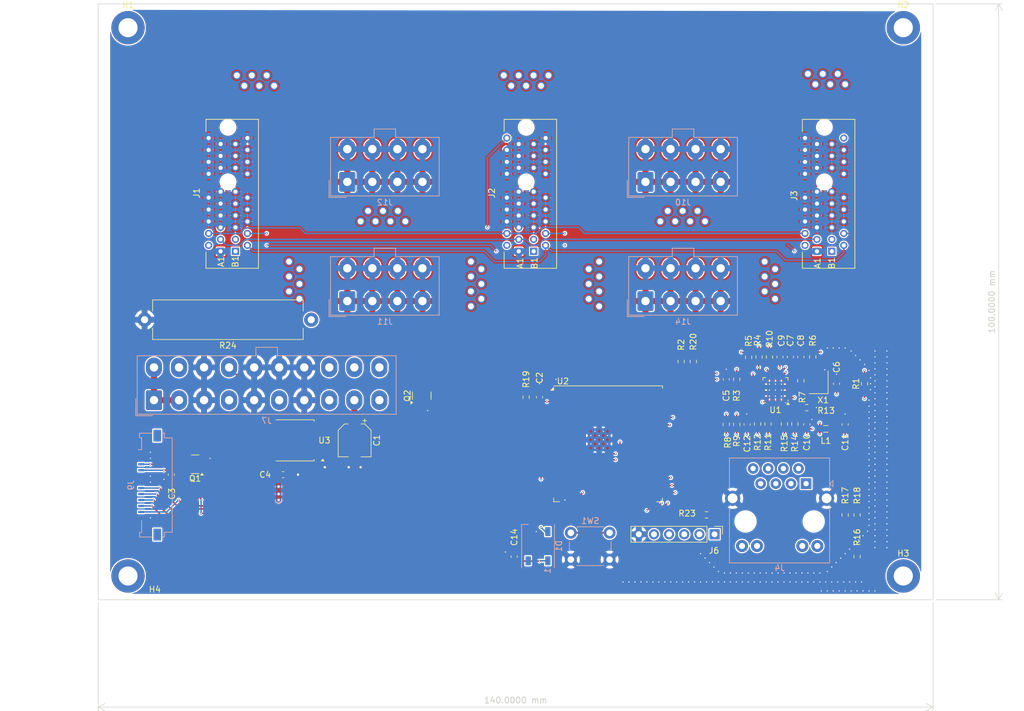
<source format=kicad_pcb>
(kicad_pcb (version 20240108) (generator "pcbnew") (generator_version "8.0")
  (layers (0 "F.Cu" signal) (1 "In1.Cu" signal) (2 "In2.Cu" signal) (31 "B.Cu" signal) (34 "B.Paste" user) (35 "F.Paste" user) (36 "B.SilkS" user "B.Silkscreen") (37 "F.SilkS" user "F.Silkscreen") (38 "B.Mask" user) (39 "F.Mask" user) (44 "Edge.Cuts" user))
  (net 0 "")
  (net 1 "+5V_STDBY")
  (net 2 "GND")
  (net 3 "+3.3V")
  (net 4 "/LAN8720/RSTn")
  (net 5 "AVDD")
  (net 6 "Net-(U1-VDDCR)")
  (net 8 "/LED_RGB")
  (net 10 "/BACKLIGHT")
  (net 11 "/REFCLK")
  (net 12 "/GPIO0")
  (net 13 "/DB_SCL")
  (net 14 "Net-(U1-RXD1{slash}MODE1)")
  (net 15 "/RXD1")
  (net 16 "/LAN8720/RXER")
  (net 17 "Net-(U1-RXD0{slash}MODE0)")
  (net 18 "/RXD0")
  (net 19 "Net-(X1-OUT)")
  (net 20 "/LAN8720/50MHz")
  (net 21 "/LAN8720/REFCLKO")
  (net 22 "/LAN8720/TD_P")
  (net 23 "/LAN8720/TD_N")
  (net 24 "/LAN8720/RD_P")
  (net 25 "/LAN8720/RD_N")
  (net 26 "Net-(U1-RBIAS)")
  (net 27 "Net-(J4-PadP12)")
  (net 28 "Net-(J4-PadP10)")
  (net 29 "/LAN8720/LEDJ+")
  (net 30 "/MDIO")
  (net 31 "/RSTn")
  (net 32 "/DB_SDA")
  (net 33 "+5V_PSU")
  (net 34 "/TXD0")
  (net 35 "/TXD1")
  (net 36 "/TXEN")
  (net 37 "/LAN8720/LEDV+")
  (net 38 "/MDC")
  (net 39 "/CRS_DV")
  (net 43 "/DB_TX")
  (net 45 "/RES")
  (net 48 "/DB_ALERT")
  (net 49 "/DB_RSTn")
  (net 50 "/CS")
  (net 51 "/PSU_ON")
  (net 53 "/DB_RX")
  (net 56 "/DC")
  (net 60 "+3.3V_DB")
  (net 61 "Net-(J7-Pin_14)")
  (net 66 "+12V_PWR")
  (net 67 "Net-(J9-Pin_3)")
  (net 68 "/DBG_RXD0")
  (net 69 "/DBG_TXD0")
  (net 70 "/DB_RX1")
  (net 71 "/DB_RX2")
  (footprint "Capacitor_SMD:CP_Elec_5x5.7" (layer "F.Cu") (at 121.232 113.382 -90)
    (property "Reference" "C1")
    (property "Value" "100uF")
  )
  (footprint "Resistor_SMD:R_0603_1608Metric" (layer "F.Cu") (at 180.232 125.882 180)
    (property "Reference" "R23")
    (property "Value" "10K")
  )
  (footprint "Resistor_SMD:R_0603_1608Metric" (layer "F.Cu") (at 190.7945 99.382 -90)
    (property "Reference" "R10")
    (property "Value" "10R")
  )
  (footprint "Connector_Amphenol:AMPHENOL_10018784-10210TLF" (layer "F.Cu") (at 200 70 90)
    (property "Reference" "J3")
    (property "Value" "10018784-10210TLF")
  )
  (footprint "Capacitor_SMD:C_0603_1608Metric" (layer "F.Cu") (at 147.982 132.882 90)
    (property "Reference" "C14")
    (property "Value" "100NF")
  )
  (footprint "Oscillator:Oscillator_SMD_Abracon_ASE-4Pin_3.2x2.5mm" (layer "F.Cu") (at 199.0445 103.632 90)
    (property "Reference" "X1")
    (property "Value" "ASE-xxxMHz")
  )
  (footprint "RF_Module:ESP32-WROOM-32U" (layer "F.Cu") (at 163.732 113.957)
    (property "Reference" "U2")
    (property "Value" "ESP32-WROOM-32U")
  )
  (footprint "Resistor_SMD:R_0603_1608Metric" (layer "F.Cu") (at 178.014 100.132 -90)
    (property "Reference" "R20")
    (property "Value" "10K")
  )
  (footprint "Connector_PinHeader_2.54mm:PinHeader_1x06_P2.54mm_Vertical" (layer "F.Cu") (at 181.582 129.132 -90)
    (property "Reference" "J6")
    (property "Value" "Conn_01x06_Pin")
  )
  (footprint "Resistor_SMD:R_0603_1608Metric" (layer "F.Cu") (at 193.2945 110.632 90)
    (property "Reference" "R15")
    (property "Value" "49R9")
  )
  (footprint "Resistor_SMD:R_0603_1608Metric" (layer "F.Cu") (at 149.982 106.132 -90)
    (property "Reference" "R19")
    (property "Value" "10K")
  )
  (footprint "MountingHole:MountingHole_3.2mm_M3_DIN965_Pad" (layer "F.Cu") (at 213.232 136.132)
    (property "Reference" "H3")
    (property "Value" "MountingHole")
  )
  (footprint "MountingHole:MountingHole_3.2mm_M3_DIN965_Pad" (layer "F.Cu") (at 213.232 44.132)
    (property "Reference" "H2")
    (property "Value" "MountingHole")
  )
  (footprint "Package_TO_SOT_SMD:TO-252-2" (layer "F.Cu") (at 111.142 113.3795 180)
    (property "Reference" "U3")
    (property "Value" "NCP1117-3.3_TO252")
  )
  (footprint "Capacitor_SMD:C_0603_1608Metric" (layer "F.Cu") (at 183.5445 103.132 90)
    (property "Reference" "C5")
    (property "Value" "100NF")
  )
  (footprint "Resistor_SMD:R_0603_1608Metric" (layer "F.Cu") (at 195.0445 110.632 90)
    (property "Reference" "R14")
    (property "Value" "49R9")
  )
  (footprint "Resistor_SMD:R_0603_1608Metric" (layer "F.Cu") (at 206.732 103.882 90)
    (property "Reference" "R1")
    (property "Value" "0R")
  )
  (footprint "Capacitor_SMD:C_0603_1608Metric" (layer "F.Cu") (at 90.482 119.132 -90)
    (property "Reference" "C3")
    (property "Value" "100NF")
  )
  (footprint "Capacitor_SMD:C_0603_1608Metric" (layer "F.Cu") (at 197.0445 110.6945 90)
    (property "Reference" "C10")
    (property "Value" "100NF")
  )
  (footprint "Resistor_SMD:R_0603_1608Metric" (layer "F.Cu") (at 190.5445 110.632 90)
    (property "Reference" "R11")
    (property "Value" "49R9")
  )
  (footprint "Resistor_SMD:R_0603_1608Metric" (layer "F.Cu") (at 185.2945 110.6945 90)
    (property "Reference" "R9")
    (property "Value" "10R")
  )
  (footprint "Capacitor_SMD:C_0603_1608Metric" (layer "F.Cu") (at 187.0445 110.6945 90)
    (property "Reference" "C12")
    (property "Value" "22NF")
  )
  (footprint "Resistor_SMD:R_0603_1608Metric" (layer "F.Cu") (at 187.2945 99.4445 -90)
    (property "Reference" "R5")
    (property "Value" "33R")
  )
  (footprint "Resistor_SMD:R_0603_1608Metric" (layer "F.Cu") (at 198.0445 99.382 -90)
    (property "Reference" "R6")
    (property "Value" "33R")
  )
  (footprint "Capacitor_SMD:C_0603_1608Metric" (layer "F.Cu") (at 196.0445 99.382 90)
    (property "Reference" "C8")
    (property "Value" "470PF")
  )
  (footprint "Connector_Amphenol:AMPHENOL_10018784-10210TLF" (layer "F.Cu") (at 100 70 90)
    (property "Reference" "J1")
    (property "Value" "10018784-10210TLF")
  )
  (footprint "Package_TO_SOT_SMD:SOT-23" (layer "F.Cu") (at 94.482 117.382 180)
    (property "Reference" "Q1")
    (property "Value" "BSS138")
  )
  (footprint "Resistor_SMD:R_0603_1608Metric" (layer "F.Cu") (at 205.482 125.882 -90)
    (property "Reference" "R18")
    (property "Value" "10K")
  )
  (footprint "Capacitor_SMD:C_0603_1608Metric" (layer "F.Cu") (at 202.0445 103.882 90)
    (property "Reference" "C6")
    (property "Value" "100NF")
  )
  (footprint "Package_DFN_QFN:VQFN-24-1EP_4x4mm_P0.5mm_EP2.5x2.5mm_ThermalVias" (layer "F.Cu") (at 191.7945 104.9445 180)
    (property "Reference" "U1")
    (property "Value" "LAN8720A")
  )
  (footprint "Capacitor_SMD:C_0603_1608Metric" (layer "F.Cu") (at 152.232 106.132 90)
    (property "Reference" "C2")
    (property "Value" "100NF")
  )
  (footprint "Resistor_THT:R_Axial_Power_L25.0mm_W6.4mm_P27.94mm" (layer "F.Cu") (at 113.952 93.132 180)
    (property "Reference" "R24")
    (property "Value" "50R")
  )
  (footprint "MountingHole:MountingHole_3.2mm_M3_DIN965_Pad" (layer "F.Cu") (at 83.232 44.132)
    (property "Reference" "H1")
    (property "Value" "MountingHole")
  )
  (footprint "Capacitor_SMD:C_0603_1608Metric" (layer "F.Cu") (at 203.482 110.6945 90)
    (property "Reference" "C11")
    (property "Value" "100NF")
  )
  (footprint "Capacitor_SMD:C_0603_1608Metric" (layer "F.Cu") (at 194.2945 99.382 90)
    (property "Reference" "C7")
    (property "Value" "1MF")
  )
  (footprint "Resistor_SMD:R_0603_1608Metric" (layer "F.Cu") (at 175.982 100.132 -90)
    (property "Reference" "R2")
    (property "Value" "10K")
  )
  (footprint "Resistor_SMD:R_0603_1608Metric" (layer "F.Cu") (at 185.2945 103.132 -90)
    (property "Reference" "R3")
    (property "Value" "10K")
  )
  (footprint "Capacitor_SMD:C_0603_1608Metric" (layer "F.Cu") (at 192.5445 99.382 90)
    (property "Reference" "C9")
    (property "Value" "100NF")
  )
  (footprint "MountingHole:MountingHole_3.2mm_M3_DIN965_Pad" (layer "F.Cu") (at 83.232 136.132)
    (property "Reference" "H4")
    (property "Value" "MountingHole")
  )
  (footprint "Resistor_SMD:R_0603_1608Metric" (layer "F.Cu") (at 189.0445 99.382 -90)
    (property "Reference" "R4")
    (property "Value" "1K5")
  )
  (footprint "Resistor_SMD:R_0603_1608Metric" (layer "F.Cu") (at 205.482 132.882 -90)
    (property "Reference" "R16")
    (property "Value" "220R")
  )
  (footprint "Inductor_SMD:L_0805_2012Metric" (layer "F.Cu") (at 200.232 111.4445)
    (property "Reference" "L1")
    (property "Value" "L")
  )
  (footprint "Resistor_SMD:R_0603_1608Metric" (layer "F.Cu") (at 197.0445 107.882)
    (property "Reference" "R13")
    (property "Value" "12K1 1%")
  )
  (footprint "Connector_Amphenol:AMPHENOL_10018784-10210TLF" (layer "F.Cu") (at 150 70 90)
    (property "Reference" "J2")
    (property "Value" "10018784-10210TLF")
  )
  (footprint "Capacitor_SMD:C_0603_1608Metric" (layer "F.Cu") (at 109.232 119.132)
    (property "Reference" "C4")
    (property "Value" "100NF")
  )
  (footprint "Resistor_SMD:R_0603_1608Metric" (layer "F.Cu") (at 188.7945 110.632 90)
    (property "Reference" "R12")
    (property "Value" "49R9")
  )
  (footprint "Resistor_SMD:R_0603_1608Metric" (layer "F.Cu") (at 196.0445 103.382 -90)
    (property "Reference" "R7")
    (property "Value" "33R")
  )
  (footprint "Package_TO_SOT_SMD:SOT-23" (layer "F.Cu") (at 132.482 105.882 90)
    (property "Reference" "Q2")
    (property "Value" "BSS138")
  )
  (footprint "Resistor_SMD:R_0603_1608Metric" (layer "F.Cu") (at 203.482 125.882 -90)
    (property "Reference" "R17")
    (property "Value" "220R")
  )
  (footprint "Resistor_SMD:R_0603_1608Metric" (layer "F.Cu") (at 183.5445 110.6945 90)
    (property "Reference" "R8")
    (property "Value" "10R")
  )
  (footprint "Connector_Molex:Molex_Mini-Fit_Jr_5566-08A_2x04_P4.20mm_Vertical" (layer "B.Cu") (at 170 90)
    (property "Reference" "J14")
    (property "Value" "Conn_02x04_Top_Bottom")
  )
  (footprint "Connector_RJ:RJ45_BEL_SS74301-00x_Vertical" (layer "B.Cu") (at 196.932 120.637 180)
    (property "Reference" "J4")
    (property "Value" "RJ45_LMJ2138814S0L1T1C")
  )
  (footprint "Connector_Molex:Molex_Mini-Fit_Jr_5566-08A_2x04_P4.20mm_Vertical" (layer "B.Cu") (at 120 70)
    (property "Reference" "J12")
    (property "Value" "Conn_02x04_Top_Bottom")
  )
  (footprint "Connector_FFC-FPC:Molex_200528-0120_1x12-1MP_P1.00mm_Horizontal" (layer "B.Cu") (at 86.342 120.882 -90)
    (property "Reference" "J9")
    (property "Value" "Conn_01x12_Pin")
  )
  (footprint "Connector_Molex:Molex_Mini-Fit_Jr_5566-08A_2x04_P4.20mm_Vertical" (layer "B.Cu") (at 120 90)
    (property "Reference" "J11")
    (property "Value" "Conn_02x04_Top_Bottom")
  )
  (footprint "Button_Switch_THT:SW_PUSH_6mm_H9.5mm" (layer "B.Cu") (at 163.982 128.882 180)
    (property "Reference" "SW1")
    (property "Value" "SW_SPDT_312")
  )
  (footprint "Connector_Molex:Molex_Mini-Fit_Jr_5566-08A_2x04_P4.20mm_Vertical" (layer "B.Cu") (at 170 70)
    (property "Reference" "J10")
    (property "Value" "Conn_02x04_Top_Bottom")
  )
  (footprint "Connector_Molex:Molex_Mini-Fit_Jr_5566-20A_2x10_P4.20mm_Vertical" (layer "B.Cu") (at 87.582 106.632)
    (property "Reference" "J7")
    (property "Value" "Conn_02x10_Top_Bottom")
  )
  (footprint "LED_SMD:LED_WS2812B_PLCC4_5.0x5.0mm_P3.2mm" (layer "B.Cu") (at 151.982 131.132 90)
    (property "Reference" "D1")
    (property "Value" "WS2812B")
  )
  (gr_rect (start 78.232 40.132) (end 218.232 140.132) (stroke (width 0.1)) (fill none) (layer "Edge.Cuts"))
  (dimension (type aligned) (layer "Edge.Cuts") (pts (xy 218.232 140.132) (xy 218.232 40.132)) (height 11) (gr_text "100,0000 mm" (at 228.082 90.132 90) (layer "Edge.Cuts") (effects (font (size 1 1) (thickness 0.15)))) (format (prefix "") (suffix "") (units 3) (units_format 1) (precision 4)) (style (thickness 0.1) (arrow_length 1.27) (text_position_mode 0) (extension_height 0.58642) (extension_offset 0.5) keep_text_aligned))
  (dimension (type aligned) (layer "Edge.Cuts") (pts (xy 218.232 140.132) (xy 78.232 140.132)) (height -18) (gr_text "140,0000 mm" (at 148.232 156.982 0) (layer "Edge.Cuts") (effects (font (size 1 1) (thickness 0.15)))) (format (prefix "") (suffix "") (units 3) (units_format 1) (precision 4)) (style (thickness 0.1) (arrow_length 1.27) (text_position_mode 0) (extension_height 0.58642) (extension_offset 0.5) keep_text_aligned))
  (segment (start 121.232 133.632) (end 121.257 133.657) (width 0.25) (layer "F.Cu") (net 1))
  (segment (start 116.182 111.0995) (end 121.1495 111.0995) (width 1) (layer "F.Cu") (net 1))
  (segment (start 121.182 106.632) (end 121.182 111.132) (width 1) (layer "F.Cu") (net 1))
  (segment (start 121.1495 111.0995) (end 121.232 111.182) (width 1) (layer "F.Cu") (net 1))
  (segment (start 121.182 111.132) (end 121.232 111.182) (width 1) (layer "F.Cu") (net 1))
  (segment (start 148.007 133.632) (end 152.232 133.632) (width 0.25) (layer "F.Cu") (net 1))
  (segment (start 147.982 133.657) (end 121.257 133.657) (width 0.25) (layer "F.Cu") (net 1))
  (via (at 152.232 133.632) (size 0.4) (drill 0.2) (layers "F.Cu" "B.Cu") (net 1))
  (segment (start 153.632 133.582) (end 152.282 133.582) (width 0.25) (layer "B.Cu") (net 1))
  (segment (start 152.282 133.582) (end 152.232 133.632) (width 0.25) (layer "B.Cu") (net 1))
  (segment (start 157.942 123.382) (end 158.017 123.307) (width 0.25) (layer "F.Cu") (net 2))
  (segment (start 95.4695 116.382) (end 95.4195 116.432) (width 0.25) (layer "F.Cu") (net 2))
  (segment (start 121.232 115.582) (end 120.232 116.582) (width 1) (layer "F.Cu") (net 2))
  (segment (start 116.232 117.882) (end 116.182 117.832) (width 1) (layer "F.Cu") (net 2))
  (segment (start 120.232 116.582) (end 120.232 117.882) (width 1) (layer "F.Cu") (net 2))
  (segment (start 198.657 107.882) (end 197.732 107.882) (width 0.25) (layer "F.Cu") (net 2))
  (segment (start 194.2945 97.5195) (end 194.2945 98.4445) (width 0.25) (layer "F.Cu") (net 2))
  (segment (start 197.907 109.882) (end 196.982 109.882) (width 0.25) (layer "F.Cu") (net 2))
  (segment (start 133.432 108.332) (end 133.482 108.382) (width 0.25) (layer "F.Cu") (net 2))
  (segment (start 146.482 132.132) (end 146.507 132.107) (width 0.25) (layer "F.Cu") (net 2))
  (segment (start 202.0445 102.2695) (end 202.0445 103.1945) (width 0.25) (layer "F.Cu") (net 2))
  (segment (start 96.932 116.432) (end 96.982 116.382) (width 0.25) (layer "F.Cu") (net 2))
  (segment (start 156.482 123.382) (end 157.942 123.382) (width 0.5) (layer "F.Cu") (net 2))
  (segment (start 196.0445 97.5195) (end 196.0445 98.4445) (width 0.25) (layer "F.Cu") (net 2))
  (segment (start 200.0445 101.5195) (end 200.0445 102.4445) (width 0.25) (layer "F.Cu") (net 2))
  (segment (start 89.232 119.882) (end 89.257 119.907) (width 0.25) (layer "F.Cu") (net 2))
  (segment (start 183.5445 102.357) (end 183.5445 101.4445) (width 0.25) (layer "F.Cu") (net 2))
  (segment (start 133.432 106.8195) (end 133.432 108.332) (width 0.25) (layer "F.Cu") (net 2))
  (segment (start 186.982 108.957) (end 186.982 109.882) (width 0.25) (layer "F.Cu") (net 2))
  (segment (start 90.482 119.907) (end 89.257 119.907) (width 0.25) (layer "F.Cu") (net 2))
  (segment (start 154.982 105.702) (end 154.982 103.132) (width 0.25) (layer "F.Cu") (net 2))
  (segment (start 203.482 108.957) (end 203.482 109.882) (width 0.25) (layer "F.Cu") (net 2))
  (segment (start 96.982 116.382) (end 95.4695 116.382) (width 0.25) (layer "F.Cu") (net 2))
  (segment (start 152.232 105.357) (end 152.232 103.882) (width 0.25) (layer "F.Cu") (net 2))
  (segment (start 192.5445 97.5195) (end 192.5445 98.4445) (width 0.25) (layer "F.Cu") (net 2))
  (segment (start 121.232 115.582) (end 122.232 116.582) (width 1) (layer "F.Cu") (net 2))
  (segment (start 147.982 132.107) (end 146.507 132.107) (width 0.25) (layer "F.Cu") (net 2))
  (segment (start 96.982 116.382) (end 97.032 116.432) (width 0.25) (layer "F.Cu") (net 2))
  (segment (start 110.007 119.132) (end 111.732 119.132) (width 1) (layer "F.Cu") (net 2))
  (segment (start 122.232 116.582) (end 122.232 117.882) (width 1) (layer "F.Cu") (net 2))
  (segment (start 116.182 115.6595) (end 116.232 117.882) (width 1) (layer "F.Cu") (net 2))
  (via (at 201.982 133.882) (size 0.4) (drill 0.2) (layers "F.Cu" "B.Cu") (net 2))
  (via (at 210.482 108.382) (size 0.4) (drill 0.2) (layers "F.Cu" "B.Cu") (net 2))
  (via (at 86.982 119.382) (size 0.4) (drill 0.2) (layers "F.Cu" "B.Cu") (net 2))
  (via (at 210.482 115.382) (size 0.4) (drill 0.2) (layers "F.Cu" "B.Cu") (net 2))
  (via (at 210.482 106.382) (size 0.4) (drill 0.2) (layers "F.Cu" "B.Cu") (net 2))
  (via (at 210.482 116.382) (size 0.4) (drill 0.2) (layers "F.Cu" "B.Cu") (net 2))
  (via (at 207.482 116.632) (size 0.4) (drill 0.2) (layers "F.Cu" "B.Cu") (net 2))
  (via (at 210.482 114.382) (size 0.4) (drill 0.2) (layers "F.Cu" "B.Cu") (net 2))
  (via (at 208.482 101.382) (size 0.4) (drill 0.2) (layers "F.Cu" "B.Cu") (net 2))
  (via (at 208.482 130.382) (size 0.4) (drill 0.2) (layers "F.Cu" "B.Cu") (net 2))
  (via (at 201.232 134.632) (size 0.4) (drill 0.2) (layers "F.Cu" "B.Cu") (net 2))
  (via (at 208.482 119.382) (size 0.4) (drill 0.2) (layers "F.Cu" "B.Cu") (net 2))
  (via (at 208.482 124.382) (size 0.4) (drill 0.2) (layers "F.Cu" "B.Cu") (net 2))
  (via (at 192.232 137.132) (size 0.4) (drill 0.2) (layers "F.Cu" "B.Cu") (net 2))
  (via (at 185.232 137.132) (size 0.4) (drill 0.2) (layers "F.Cu" "B.Cu") (net 2))
  (via (at 208.482 114.382) (size 0.4) (drill 0.2) (layers "F.Cu" "B.Cu") (net 2))
  (via (at 192.232 135.632) (size 0.4) (drill 0.2) (layers "F.Cu" "B.Cu") (net 2))
  (via (at 179.982 133.132) (size 0.4) (drill 0.2) (layers "F.Cu" "B.Cu") (net 2))
  (via (at 206.482 138.632) (size 0.4) (drill 0.2) (layers "F.Cu" "B.Cu") (net 2))
  (via (at 197.232 135.632) (size 0.4) (drill 0.2) (layers "F.Cu" "B.Cu") (net 2))
  (via (at 205.732 130.132) (size 0.4) (drill 0.2) (layers "F.Cu" "B.Cu") (net 2))
  (via (at 194.232 137.132) (size 0.4) (drill 0.2) (layers "F.Cu" "B.Cu") (net 2))
  (via (at 208.482 106.382) (size 0.4) (drill 0.2) (layers "F.Cu" "B.Cu") (net 2))
  (via (at 210.482 107.382) (size 0.4) (drill 0.2) (layers "F.Cu" "B.Cu") (net 2))
  (via (at 207.482 121.632) (size 0.4) (drill 0.2) (layers "F.Cu" "B.Cu") (net 2))
  (via (at 208.482 108.382) (size 0.4) (drill 0.2) (layers "F.Cu" "B.Cu") (net 2))
  (via (at 210.482 118.382) (size 0.4) (drill 0.2) (layers "F.Cu" "B.Cu") (net 2))
  (via (at 210.482 103.382) (size 0.4) (drill 0.2) (layers "F.Cu" "B.Cu") (net 2))
  (via (at 171.232 137.132) (size 0.4) (drill 0.2) (layers "F.Cu" "B.Cu") (net 2))
  (via (at 186.232 135.632) (size 0.4) (drill 0.2) (layers "F.Cu" "B.Cu") (net 2))
  (via (at 174.232 137.132) (size 0.4) (drill 0.2) (layers "F.Cu" "B.Cu") (net 2))
  (via (at 182.232 135.382) (size 0.4) (drill 0.2) (layers "F.Cu" "B.Cu") (net 2))
  (via (at 205.232 99.132) (size 0.4) (drill 0.2) (layers "F.Cu" "B.Cu") (net 2))
  (via (at 193.232 135.632) (size 0.4) (drill 0.2) (layers "F.Cu" "B.Cu") (net 2))
  (via (at 203.482 132.382) (size 0.4) (drill 0.2) (layers "F.Cu" "B.Cu") (net 2))
  (via (at 207.482 126.632) (size 0.4) (drill 0.2) (layers "F.Cu" "B.Cu") (net 2))
  (via (at 86.982 126.382) (size 0.4) (drill 0.2) (layers "F.Cu" "B.Cu") (net 2))
  (via (at 185.232 135.632) (size 0.4) (drill 0.2) (layers "F.Cu" "B.Cu") (net 2))
  (via (at 210.482 125.382) (size 0.4) (drill 0.2) (layers "F.Cu" "B.Cu") (net 2))
  (via (at 201.482 138.632) (size 0.4) (drill 0.2) (layers "F.Cu" "B.Cu") (net 2))
  (via (at 179.232 137.132) (size 0.4) (drill 0.2) (layers "F.Cu" "B.Cu") (net 2))
  (via (at 207.482 111.632) (size 0.4) (drill 0.2) (layers "F.Cu" "B.Cu") (net 2))
  (via (at 210.482 123.382) (size 0.4) (drill 0.2) (layers "F.Cu" "B.Cu") (net 2))
  (via (at 210.482 104.382) (size 0.4) (drill 0.2) (layers "F.Cu" "B.Cu") (net 2))
  (via (at 210.482 99.382) (size 0.4) (drill 0.2) (layers "F.Cu" "B.Cu") (net 2))
  (via (at 210.482 110.382) (size 0.4) (drill 0.2) (layers "F.Cu" "B.Cu") (net 2))
  (via (at 202.232 137.132) (size 0.4) (drill 0.2) (layers "F.Cu" "B.Cu") (net 2))
  (via (at 208.482 115.382) (size 0.4) (drill 0.2) (layers "F.Cu" "B.Cu") (net 2))
  (via (at 204.482 138.632) (size 0.4) (drill 0.2) (layers "F.Cu" "B.Cu") (net 2))
  (via (at 208.482 102.382) (size 0.4) (drill 0.2) (layers "F.Cu" "B.Cu") (net 2))
  (via (at 210.482 109.382) (size 0.4) (drill 0.2) (layers "F.Cu" "B.Cu") (net 2))
  (via (at 205.982 99.882) (size 0.4) (drill 0.2) (layers "F.Cu" "B.Cu") (net 2))
  (via (at 210.482 113.382) (size 0.4) (drill 0.2) (layers "F.Cu" "B.Cu") (net 2))
  (via (at 207.482 108.632) (size 0.4) (drill 0.2) (layers "F.Cu" "B.Cu") (net 2))
  (via (at 207.482 109.632) (size 0.4) (drill 0.2) (layers "F.Cu" "B.Cu") (net 2))
  (via (at 203.482 97.882) (size 0.4) (drill 0.2) (layers "F.Cu" "B.Cu") (net 2))
  (via (at 194.2945 97.5195) (size 0.4) (drill 0.2) (layers "F.Cu" "B.Cu") (net 2))
  (via (at 133.482 108.382) (size 0.4) (drill 0.2) (layers "F.Cu" "B.Cu") (net 2))
  (via (at 208.482 109.382) (size 0.4) (drill 0.2) (layers "F.Cu" "B.Cu") (net 2))
  (via (at 210.482 98.382) (size 0.4) (drill 0.2) (layers "F.Cu" "B.Cu") (net 2))
  (via (at 186.982 108.957) (size 0.4) (drill 0.2) (layers "F.Cu" "B.Cu") (net 2))
  (via (at 207.482 125.632) (size 0.4) (drill 0.2) (layers "F.Cu" "B.Cu") (net 2))
  (via (at 206.732 100.632) (size 0.4) (drill 0.2) (layers "F.Cu" "B.Cu") (net 2))
  (via (at 210.482 121.382) (size 0.4) (drill 0.2) (layers "F.Cu" "B.Cu") (net 2))
  (via (at 111.732 119.132) (size 0.8) (drill 0.4) (layers "F.Cu" "B.Cu") (net 2))
  (via (at 187.232 137.132) (size 0.4) (drill 0.2) (layers "F.Cu" "B.Cu") (net 2))
  (via (at 207.482 114.632) (size 0.4) (drill 0.2) (layers "F.Cu" "B.Cu") (net 2))
  (via (at 210.482 130.382) (size 0.4) (drill 0.2) (layers "F.Cu" "B.Cu") (net 2))
  (via (at 210.482 127.382) (size 0.4) (drill 0.2) (layers "F.Cu" "B.Cu") (net 2))
  (via (at 187.232 135.632) (size 0.4) (drill 0.2) (layers "F.Cu" "B.Cu") (net 2))
  (via (at 208.482 116.382) (size 0.4) (drill 0.2) (layers "F.Cu" "B.Cu") (net 2))
  (via (at 197.907 109.882) (size 0.4) (drill 0.2) (layers "F.Cu" "B.Cu") (net 2))
  (via (at 180.732 133.882) (size 0.4) (drill 0.2) (layers "F.Cu" "B.Cu") (net 2))
  (via (at 202.482 138.632) (size 0.4) (drill 0.2) (layers "F.Cu" "B.Cu") (net 2))
  (via (at 207.482 115.632) (size 0.4) (drill 0.2) (layers "F.Cu" "B.Cu") (net 2))
  (via (at 203.232 137.132) (size 0.4) (drill 0.2) (layers "F.Cu" "B.Cu") (net 2))
  (via (at 207.482 113.632) (size 0.4) (drill 0.2) (layers "F.Cu" "B.Cu") (net 2))
  (via (at 182.232 137.132) (size 0.4) (drill 0.2) (layers "F.Cu" "B.Cu") (net 2))
  (via (at 208.482 131.382) (size 0.4) (drill 0.2) (layers "F.Cu" "B.Cu") (net 2))
  (via (at 204.482 98.382) (size 0.4) (drill 0.2) (layers "F.Cu" "B.Cu") (net 2))
  (via (at 183.232 137.132) (size 0.4) (drill 0.2) (layers "F.Cu" "B.Cu") (net 2))
  (via (at 207.732 104.882) (size 0.4) (drill 0.2) (layers "F.Cu" "B.Cu") (net 2))
  (via (at 207.482 107.632) (size 0.4) (drill 0.2) (layers "F.Cu" "B.Cu") (net 2))
  (via (at 201.482 97.882) (size 0.4) (drill 0.2) (layers "F.Cu" "B.Cu") (net 2))
  (via (at 208.482 122.382) (size 0.4) (drill 0.2) (layers "F.Cu" "B.Cu") (net 2))
  (via (at 184.232 137.132) (size 0.4) (drill 0.2) (layers "F.Cu" "B.Cu") (net 2))
  (via (at 205.232 137.132) (size 0.4) (drill 0.2) (layers "F.Cu" "B.Cu") (net 2))
  (via (at 208.482 125.382) (size 0.4) (drill 0.2) (layers "F.Cu" "B.Cu") (net 2))
  (via (at 146.507 132.107) (size 0.4) (drill 0.2) (layers "F.Cu" "B.Cu") (net 2))
  (via (at 116.232 117.882) (size 0.8) (drill 0.4) (layers "F.Cu" "B.Cu") (net 2))
  (via (at 189.232 137.132) (size 0.4) (drill 0.2) (layers "F.Cu" "B.Cu") (net 2))
  (via (at 206.232 137.132) (size 0.4) (drill 0.2) (layers "F.Cu" "B.Cu") (net 2))
  (via (at 210.482 119.382) (size 0.4) (drill 0.2) (layers "F.Cu" "B.Cu") (net 2))
  (via (at 208.482 120.382) (size 0.4) (drill 0.2) (layers "F.Cu" "B.Cu") (net 2))
  (via (at 208.482 126.382) (size 0.4) (drill 0.2) (layers "F.Cu" "B.Cu") (net 2))
  (via (at 207.482 120.632) (size 0.4) (drill 0.2) (layers "F.Cu" "B.Cu") (net 2))
  (via (at 179.232 132.382) (size 0.4) (drill 0.2) (layers "F.Cu" "B.Cu") (net 2))
  (via (at 210.482 102.382) (size 0.4) (drill 0.2) (layers "F.Cu" "B.Cu") (net 2))
  (via (at 188.232 137.132) (size 0.4) (drill 0.2) (layers "F.Cu" "B.Cu") (net 2))
  (via (at 210.482 131.382) (size 0.4) (drill 0.2) (layers "F.Cu" "B.Cu") (net 2))
  (via (at 172.232 137.132) (size 0.4) (drill 0.2) (layers "F.Cu" "B.Cu") (net 2))
  (via (at 210.482 100.382) (size 0.4) (drill 0.2) (layers "F.Cu" "B.Cu") (net 2))
  (via (at 180.232 137.132) (size 0.4) (drill 0.2) (layers "F.Cu" "B.Cu") (net 2))
  (via (at 208.482 111.382) (size 0.4) (drill 0.2) (layers "F.Cu" "B.Cu") (net 2))
  (via (at 186.232 137.132) (size 0.4) (drill 0.2) (layers "F.Cu" "B.Cu") (net 2))
  (via (at 86.982 116.382) (size 0.4) (drill 0.2) (layers "F.Cu" "B.Cu") (net 2))
  (via (at 166.232 137.132) (size 0.4) (drill 0.2) (layers "F.Cu" "B.Cu") (net 2))
  (via (at 206.482 129.382) (size 0.4) (drill 0.2) (layers "F.Cu" "B.Cu") (net 2))
  (via (at 202.482 97.882) (size 0.4) (drill 0.2) (layers "F.Cu" "B.Cu") (net 2))
  (via (at 207.482 106.632) (size 0.4) (drill 0.2) (layers "F.Cu" "B.Cu") (net 2))
  (via (at 208.482 129.382) (size 0.4) (drill 0.2) (layers "F.Cu" "B.Cu") (net 2))
  (via (at 190.232 137.132) (size 0.4) (drill 0.2) (layers "F.Cu" "B.Cu") (net 2))
  (via (at 168.232 137.132) (size 0.4) (drill 0.2) (layers "F.Cu" "B.Cu") (net 2))
  (via (at 191.232 135.632) (size 0.4) (drill 0.2) (layers "F.Cu" "B.Cu") (net 2))
  (via (at 207.482 118.632) (size 0.4) (drill 0.2) (layers "F.Cu" "B.Cu") (net 2))
  (via (at 177.232 137.132) (size 0.4) (drill 0.2) (layers "F.Cu" "B.Cu") (net 2))
  (via (at 204.232 131.632) (size 0.4) (drill 0.2) (layers "F.Cu" "B.Cu") (net 2))
  (via (at 178.232 137.132) (size 0.4) (drill 0.2) (layers "F.Cu" "B.Cu") (net 2))
  (via (at 208.482 112.382) (size 0.4) (drill 0.2) (layers "F.Cu" "B.Cu") (net 2))
  (via (at 198.657 107.882) (size 0.4) (drill 0.2) (layers "F.Cu" "B.Cu") (net 2))
  (via (at 200.482 97.882) (size 0.4) (drill 0.2) (layers "F.Cu" "B.Cu") (net 2))
  (via (at 207.732 103.882) (size 0.4) (drill 0.2) (layers "F.Cu" "B.Cu") (net 2))
  (via (at 208.482 105.382) (size 0.4) (drill 0.2) (layers "F.Cu" "B.Cu") (net 2))
  (via (at 210.482 111.382) (size 0.4) (drill 0.2) (layers "F.Cu" "B.Cu") (net 2))
  (via (at 170.232 137.132) (size 0.4) (drill 0.2) (layers "F.Cu" "B.Cu") (net 2))
  (via (at 205.482 138.632) (size 0.4) (drill 0.2) (layers "F.Cu" "B.Cu") (net 2))
  (via (at 208.482 99.382) (size 0.4) (drill 0.2) (layers "F.Cu" "B.Cu") (net 2))
  (via (at 210.482 120.382) (size 0.4) (drill 0.2) (layers "F.Cu" "B.Cu") (net 2))
  (via (at 194.232 135.632) (size 0.4) (drill 0.2) (layers "F.Cu" "B.Cu") (net 2))
  (via (at 195.232 137.132) (size 0.4) (drill 0.2) (layers "F.Cu" "B.Cu") (net 2))
  (via (at 151.682 128.682) (size 0.4) (drill 0.2) (layers "F.Cu" "B.Cu") (net 2))
  (via (at 208.482 98.382) (size 0.4) (drill 0.2) (layers "F.Cu" "B.Cu") (net 2))
  (via (at 203.482 108.957) (size 0.4) (drill 0.2) (layers "F.Cu" "B.Cu") (net 2))
  (via (at 208.482 110.382) (size 0.4) (drill 0.2) (layers "F.Cu" "B.Cu") (net 2))
  (via (at 208.482 121.382) (size 0.4) (drill 0.2) (layers "F.Cu" "B.Cu") (net 2))
  (via (at 176.232 137.132) (size 0.4) (drill 0.2) (layers "F.Cu" "B.Cu") (net 2))
  (via (at 183.5445 101.4445) (size 0.4) (drill 0.2) (layers "F.Cu" "B.Cu") (net 2))
  (via (at 120.232 117.882) (size 0.8) (drill 0.4) (layers "F.Cu" "B.Cu") (net 2))
  (via (at 210.482 122.382) (size 0.4) (drill 0.2) (layers "F.Cu" "B.Cu") (net 2))
  (via (at 183.232 135.632) (size 0.4) (drill 0.2) (layers "F.Cu" "B.Cu") (net 2))
  (via (at 196.232 135.632) (size 0.4) (drill 0.2) (layers "F.Cu" "B.Cu") (net 2))
  (via (at 210.482 112.382) (size 0.4) (drill 0.2) (layers "F.Cu" "B.Cu") (net 2))
  (via (at 208.482 127.382) (size 0.4) (drill 0.2) (layers "F.Cu" "B.Cu") (net 2))
  (via (at 208.482 103.382) (size 0.4) (drill 0.2) (layers "F.Cu" "B.Cu") (net 2))
  (via (at 96.982 116.382) (size 0.4) (drill 0.2) (layers "F.Cu" "B.Cu") (net 2))
  (via (at 208.482 118.382) (size 0.4) (drill 0.2) (layers "F.Cu" "B.Cu") (net 2))
  (via (at 207.482 101.632) (size 0.4) (drill 0.2) (layers "F.Cu" "B.Cu") (net 2))
  (via (at 196.0445 97.5195) (size 0.4) (drill 0.2) (layers "F.Cu" "B.Cu") (net 2))
  (via (at 193.232 137.132) (size 0.4) (drill 0.2) (layers "F.Cu" "B.Cu") (net 2))
  (via (at 200.0445 101.5195) (size 0.4) (drill 0.2) (layers "F.Cu" "B.Cu") (net 2))
  (via (at 207.482 122.632) (size 0.4) (drill 0.2) (layers "F.Cu" "B.Cu") (net 2))
  (via (at 210.482 126.382) (size 0.4) (drill 0.2) (layers "F.Cu" "B.Cu") (net 2))
  (via (at 198.232 137.132) (size 0.4) (drill 0.2) (layers "F.Cu" "B.Cu") (net 2))
  (via (at 197.232 137.132) (size 0.4) (drill 0.2) (layers "F.Cu" "B.Cu") (net 2))
  (via (at 203.482 138.632) (size 0.4) (drill 0.2) (layers "F.Cu" "B.Cu") (net 2))
  (via (at 86.982 120.382) (size 0.4) (drill 0.2) (layers "F.Cu" "B.Cu") (net 2))
  (via (at 152.232 103.882) (size 0.4) (drill 0.2) (layers "F.Cu" "B.Cu") (net 2))
  (via (at 210.482 128.382) (size 0.4) (drill 0.2) (layers "F.Cu" "B.Cu") (net 2))
  (via (at 192.5445 97.5195) (size 0.4) (drill 0.2) (layers "F.Cu" "B.Cu") (net 2))
  (via (at 208.482 128.382) (size 0.4) (drill 0.2) (layers "F.Cu" "B.Cu") (net 2))
  (via (at 204.982 130.882) (size 0.4) (drill 0.2) (layers "F.Cu" "B.Cu") (net 2))
  (via (at 199.232 137.132) (size 0.4) (drill 0.2) (layers "F.Cu" "B.Cu") (net 2))
  (via (at 199.232 135.632) (size 0.4) (drill 0.2) (layers "F.Cu" "B.Cu") (net 2))
  (via (at 207.482 110.632) (size 0.4) (drill 0.2) (layers "F.Cu" "B.Cu") (net 2))
  (via (at 200.482 138.632) (size 0.4) (drill 0.2) (layers "F.Cu" "B.Cu") (net 2))
  (via (at 198.232 135.632) (size 0.4) (drill 0.2) (layers "F.Cu" "B.Cu") (net 2))
  (via (at 86.982 115.382) (size 0.4) (drill 0.2) (layers "F.Cu" "B.Cu") (net 2))
  (via (at 200.482 135.382) (size 0.4) (drill 0.2) (layers "F.Cu" "B.Cu") (net 2))
  (via (at 201.232 137.132) (size 0.4) (drill 0.2) (layers "F.Cu" "B.Cu") (net 2))
  (via (at 200.232 137.132) (size 0.4) (drill 0.2) (layers "F.Cu" "B.Cu") (net 2))
  (via (at 188.232 135.632) (size 0.4) (drill 0.2) (layers "F.Cu" "B.Cu") (net 2))
  (via (at 154.982 103.132) (size 0.4) (drill 0.2) (layers "F.Cu" "B.Cu") (net 2))
  (via (at 208.482 138.632) (size 0.4) (drill 0.2) (layers "F.Cu" "B.Cu") (net 2))
  (via (at 208.482 117.382) (size 0.4) (drill 0.2) (layers "F.Cu" "B.Cu") (net 2))
  (via (at 207.482 127.632) (size 0.4) (drill 0.2) (layers "F.Cu" "B.Cu") (net 2))
  (via (at 169.232 137.132) (size 0.4) (drill 0.2) (layers "F.Cu" "B.Cu") (net 2))
  (via (at 207.232 128.632) (size 0.4) (drill 0.2) (layers "F.Cu" "B.Cu") (net 2))
  (via (at 210.482 101.382) (size 0.4) (drill 0.2) (layers "F.Cu" "B.Cu") (net 2))
  (via (at 208.482 104.382) (size 0.4) (drill 0.2) (layers "F.Cu" "B.Cu") (net 2))
  (via (at 191.232 137.132) (size 0.4) (drill 0.2) (layers "F.Cu" "B.Cu") (net 2))
  (via (at 208.482 123.382) (size 0.4) (drill 0.2) (layers "F.Cu" "B.Cu") (net 2))
  (via (at 207.732 102.882) (size 0.4) (drill 0.2) (layers "F.Cu" "B.Cu") (net 2))
  (via (at 175.232 137.132) (size 0.4) (drill 0.2) (layers "F.Cu" "B.Cu") (net 2))
  (via (at 190.232 135.632) (size 0.4) (drill 0.2) (layers "F.Cu" "B.Cu") (net 2))
  (via (at 167.232 137.132) (size 0.4) (drill 0.2) (layers "F.Cu" "B.Cu") (net 2))
  (via (at 195.232 135.632) (size 0.4) (drill 0.2) (layers "F.Cu" "B.Cu") (net 2))
  (via (at 207.482 119.632) (size 0.4) (drill 0.2) (layers "F.Cu" "B.Cu") (net 2))
  (via (at 196.232 137.132) (size 0.4) (drill 0.2) (layers "F.Cu" "B.Cu") (net 2))
  (via (at 207.482 123.632) (size 0.4) (drill 0.2) (layers "F.Cu" "B.Cu") (net 2))
  (via (at 199.482 138.632) (size 0.4) (drill 0.2) (layers "F.Cu" "B.Cu") (net 2))
  (via (at 208.482 107.382) (size 0.4) (drill 0.2) (layers "F.Cu" "B.Cu") (net 2))
  (via (at 181.482 134.632) (size 0.4) (drill 0.2) (layers "F.Cu" "B.Cu") (net 2))
  (via (at 210.482 124.382) (size 0.4) (drill 0.2) (layers "F.Cu" "B.Cu") (net 2))
  (via (at 207.482 117.632) (size 0.4) (drill 0.2) (layers "F.Cu" "B.Cu") (net 2))
  (via (at 184.232 135.632) (size 0.4) (drill 0.2) (layers "F.Cu" "B.Cu") (net 2))
  (via (at 181.232 137.132) (size 0.4) (drill 0.2) (layers "F.Cu" "B.Cu") (net 2))
  (via (at 204.232 137.132) (size 0.4) (drill 0.2) (layers "F.Cu" "B.Cu") (net 2))
  (via (at 189.232 135.632) (size 0.4) (drill 0.2) (layers "F.Cu" "B.Cu") (net 2))
  (via (at 202.732 133.132) (size 0.4) (drill 0.2) (layers "F.Cu" "B.Cu") (net 2))
  (via (at 210.482 105.382) (size 0.4) (drill 0.2) (layers "F.Cu" "B.Cu") (net 2))
  (via (at 156.482 123.382) (size 0.4) (drill 0.2) (layers "F.Cu" "B.Cu") (net 2))
  (via (at 89.257 119.907) (size 0.4) (drill 0.2) (layers "F.Cu" "B.Cu") (net 2))
  (via (at 208.482 113.382) (size 0.4) (drill 0.2) (layers "F.Cu" "B.Cu") (net 2))
  (via (at 210.482 129.382) (size 0.4) (drill 0.2) (layers "F.Cu" "B.Cu") (net 2))
  (via (at 173.232 137.132) (size 0.4) (drill 0.2) (layers "F.Cu" "B.Cu") (net 2))
  (via (at 207.482 138.632) (size 0.4) (drill 0.2) (layers "F.Cu" "B.Cu") (net 2))
  (via (at 210.482 117.382) (size 0.4) (drill 0.2) (layers "F.Cu" "B.Cu") (net 2))
  (via (at 208.482 100.382) (size 0.4) (drill 0.2) (layers "F.Cu" "B.Cu") (net 2))
  (via (at 202.0445 102.2695) (size 0.4) (drill 0.2) (layers "F.Cu" "B.Cu") (net 2))
  (via (at 122.232 117.882) (size 0.8) (drill 0.4) (layers "F.Cu" "B.Cu") (net 2))
  (via (at 207.482 124.632) (size 0.4) (drill 0.2) (layers "F.Cu" "B.Cu") (net 2))
  (via (at 207.482 112.632) (size 0.4) (drill 0.2) (layers "F.Cu" "B.Cu") (net 2))
  (segment (start 85.432 115.382) (end 86.982 115.382) (width 0.25) (layer "B.Cu") (net 2))
  (segment (start 85.432 119.382) (end 86.982 119.382) (width 0.25) (layer "B.Cu") (net 2))
  (segment (start 150.332 128.682) (end 151.682 128.682) (width 0.25) (layer "B.Cu") (net 2))
  (segment (start 85.432 120.382) (end 86.982 120.382) (width 0.25) (layer "B.Cu") (net 2))
  (segment (start 85.432 116.382) (end 86.982 116.382) (width 0.25) (layer "B.Cu") (net 2))
  (segment (start 85.432 126.382) (end 86.982 126.382) (width 0.25) (layer "B.Cu") (net 2))
  (segment (start 151.732 128.632) (end 151.682 128.682) (width 0.25) (layer "B.Cu") (net 2))
  (segment (start 192.0445 100.657) (end 192.5445 100.157) (width 0.25) (layer "F.Cu") (net 3))
  (segment (start 190.7945 97.5195) (end 190.7945 98.4445) (width 0.25) (layer "F.Cu") (net 3))
  (segment (start 90.457 118.382) (end 90.482 118.357) (width 0.25) (layer "F.Cu") (net 3))
  (segment (start 153.457 106.857) (end 152.282 106.857) (width 0.25) (layer "F.Cu") (net 3))
  (segment (start 153.482 106.882) (end 153.457 106.857) (width 0.25) (layer "F.Cu") (net 3))
  (segment (start 185.2945 102.307) (end 185.2945 101.4445) (width 0.25) (layer "F.Cu") (net 3))
  (segment (start 192.0445 103.007) (end 192.0445 100.657) (width 0.25) (layer "F.Cu") (net 3))
  (segment (start 149.982 105.307) (end 150.3945 105.307) (width 0.25) (layer "F.Cu") (net 3))
  (segment (start 151.9945 106.907) (end 152.232 106.907) (width 0.25) (layer "F.Cu") (net 3))
  (segment (start 108.457 121.157) (end 108.457 122.357) (width 1) (layer "F.Cu") (net 3))
  (segment (start 198.2195 104.682) (end 202.0195 104.682) (width 0.25) (layer "F.Cu") (net 3))
  (segment (start 152.282 106.857) (end 152.232 106.907) (width 0.25) (layer "F.Cu") (net 3))
  (segment (start 109.882 113.3795) (end 108.457 114.8045) (width 1) (layer "F.Cu") (net 3))
  (segment (start 154.882 106.857) (end 153.507 106.857) (width 0.25) (layer "F.Cu") (net 3))
  (segment (start 202.0445 105.6195) (end 202.0445 104.6945) (width 0.25) (layer "F.Cu") (net 3))
  (segment (start 108.457 122.407) (end 108.457 123.357) (width 1) (layer "F.Cu") (net 3))
  (segment (start 192.5445 101.1195) (end 192.5445 100.1945) (width 0.25) (layer "F.Cu") (net 3))
  (segment (start 108.457 114.8045) (end 108.457 119.132) (width 1) (layer "F.Cu") (net 3))
  (segment (start 203.482 111.4695) (end 201.3195 111.4695) (width 0.25) (layer "F.Cu") (net 3))
  (segment (start 202.0195 104.682) (end 202.0445 104.657) (width 0.25) (layer "F.Cu") (net 3))
  (segment (start 201.3195 111.4695) (end 201.2945 111.4445) (width 0.25) (layer "F.Cu") (net 3))
  (segment (start 153.507 106.857) (end 153.482 106.882) (width 0.25) (layer "F.Cu") (net 3))
  (segment (start 150.3945 105.307) (end 151.9945 106.907) (width 0.25) (layer "F.Cu") (net 3))
  (segment (start 108.457 119.132) (end 108.457 121.107) (width 1) (layer "F.Cu") (net 3))
  (segment (start 89.232 118.382) (end 90.457 118.382) (width 0.25) (layer "F.Cu") (net 3))
  (segment (start 203.482 112.557) (end 203.482 111.632) (width 0.25) (layer "F.Cu") (net 3))
  (segment (start 189.0445 97.5195) (end 189.0445 98.4445) (width 0.25) (layer "F.Cu") (net 3))
  (via (at 189.0445 97.5195) (size 0.4) (drill 0.2) (layers "F.Cu" "B.Cu") (net 3))
  (via (at 89.232 118.382) (size 0.4) (drill 0.2) (layers "F.Cu" "B.Cu") (net 3))
  (via (at 108.482 122.382) (size 0.8) (drill 0.4) (layers "F.Cu" "B.Cu") (net 3))
  (via (at 202.0445 105.6195) (size 0.4) (drill 0.2) (layers "F.Cu" "B.Cu") (net 3))
  (via (at 203.482 112.557) (size 0.4) (drill 0.2) (layers "F.Cu" "B.Cu") (net 3))
  (via (at 192.5445 101.1195) (size 0.4) (drill 0.2) (layers "F.Cu" "B.Cu") (net 3))
  (via (at 153.482 106.882) (size 0.4) (drill 0.2) (layers "F.Cu" "B.Cu") (net 3))
  (via (at 108.482 121.132) (size 0.8) (drill 0.4) (layers "F.Cu" "B.Cu") (net 3))
  (via (at 190.7945 97.5195) (size 0.4) (drill 0.2) (layers "F.Cu" "B.Cu") (net 3))
  (via (at 185.2945 101.4445) (size 0.4) (drill 0.2) (layers "F.Cu" "B.Cu") (net 3))
  (via (at 108.482 123.382) (size 0.8) (drill 0.4) (layers "F.Cu" "B.Cu") (net 3))
  (segment (start 85.432 118.382) (end 89.232 118.382) (width 0.25) (layer "B.Cu") (net 3))
  (segment (start 186.032 104.6945) (end 185.2945 103.957) (width 0.25) (layer "F.Cu") (net 4))
  (segment (start 189.857 104.6945) (end 186.032 104.6945) (width 0.25) (layer "F.Cu") (net 4))
  (segment (start 185.2945 103.957) (end 183.5945 103.957) (width 0.25) (layer "F.Cu") (net 4))
  (segment (start 183.5945 103.957) (end 183.5445 103.907) (width 0.25) (layer "F.Cu") (net 4))
  (segment (start 197.9695 111.4445) (end 197.0445 111.4445) (width 0.25) (layer "F.Cu") (net 5))
  (segment (start 194.9695 106.1945) (end 194.0445 106.1945) (width 0.25) (layer "F.Cu") (net 5))
  (segment (start 190.5445 112.3695) (end 190.5445 111.4445) (width 0.25) (layer "F.Cu") (net 5))
  (segment (start 186.982 111.532) (end 187.0445 111.4695) (width 0.25) (layer "F.Cu") (net 5))
  (segment (start 193.2945 112.3695) (end 193.2945 111.4445) (width 0.25) (layer "F.Cu") (net 5))
  (segment (start 189.6195 106.9445) (end 190.5445 106.9445) (width 0.25) (layer "F.Cu") (net 5))
  (segment (start 199.232 110.457) (end 199.232 111.382) (width 0.25) (layer "F.Cu") (net 5))
  (segment (start 188.7945 112.3695) (end 188.7945 111.4445) (width 0.25) (layer "F.Cu") (net 5))
  (segment (start 186.982 112.382) (end 186.982 111.532) (width 0.25) (layer "F.Cu") (net 5))
  (segment (start 195.0445 112.3695) (end 195.0445 111.4445) (width 0.25) (layer "F.Cu") (net 5))
  (segment (start 197.0445 112.3695) (end 197.0445 111.4445) (width 0.25) (layer "F.Cu") (net 5))
  (segment (start 186.982 112.382) (end 187.0445 112.3195) (width 0.25) (layer "F.Cu") (net 5))
  (segment (start 199.232 112.307) (end 199.232 111.382) (width 0.25) (layer "F.Cu") (net 5))
  (via (at 193.2945 112.3695) (size 0.4) (drill 0.2) (layers "F.Cu" "B.Cu") (net 5))
  (via (at 197.9695 111.4445) (size 0.4) (drill 0.2) (layers "F.Cu" "B.Cu") (net 5))
  (via (at 195.0445 112.3695) (size 0.4) (drill 0.2) (layers "F.Cu" "B.Cu") (net 5))
  (via (at 199.232 110.457) (size 0.4) (drill 0.2) (layers "F.Cu" "B.Cu") (net 5))
  (via (at 189.6195 106.9445) (size 0.4) (drill 0.2) (layers "F.Cu" "B.Cu") (net 5))
  (via (at 190.5445 112.3695) (size 0.4) (drill 0.2) (layers "F.Cu" "B.Cu") (net 5))
  (via (at 197.0445 112.3695) (size 0.4) (drill 0.2) (layers "F.Cu" "B.Cu") (net 5))
  (via (at 194.9695 106.1945) (size 0.4) (drill 0.2) (layers "F.Cu" "B.Cu") (net 5))
  (via (at 186.982 112.382) (size 0.4) (drill 0.2) (layers "F.Cu" "B.Cu") (net 5))
  (via (at 199.232 112.307) (size 0.4) (drill 0.2) (layers "F.Cu" "B.Cu") (net 5))
  (via (at 188.7945 112.3695) (size 0.4) (drill 0.2) (layers "F.Cu" "B.Cu") (net 5))
  (segment (start 194.2945 103.132) (end 194.2945 100.157) (width 0.25) (layer "F.Cu") (net 6))
  (segment (start 193.732 103.6945) (end 194.2945 103.132) (width 0.25) (layer "F.Cu") (net 6))
  (segment (start 194.2945 100.157) (end 196.0445 100.157) (width 0.25) (layer "F.Cu") (net 6))
  (segment (start 154.982 115.862) (end 153.502 115.862) (width 0.25) (layer "F.Cu") (net 8))
  (segment (start 153.502 115.862) (end 152.482 116.882) (width 0.25) (layer "F.Cu") (net 8))
  (segment (start 152.482 116.882) (end 152.482 119.882) (width 0.25) (layer "F.Cu") (net 8))
  (via (at 152.482 127.957) (size 0.4) (drill 0.2) (layers "F.Cu" "B.Cu") (net 8))
  (via (at 152.482 119.882) (size 0.4) (drill 0.2) (layers "F.Cu" "B.Cu") (net 8))
  (segment (start 153.632 128.682) (end 153.207 128.682) (width 0.25) (layer "B.Cu") (net 8))
  (segment (start 153.207 128.682) (end 152.482 127.957) (width 0.25) (layer "B.Cu") (net 8))
  (segment (start 153.632 128.682) (end 153.632 128.732) (width 0.25) (layer "B.Cu") (net 8))
  (segment (start 169.897 119.967) (end 170.222 120.292) (width 0.25) (layer "F.Cu") (net 10))
  (segment (start 170.222 120.292) (end 170.222 124.382) (width 0.25) (layer "F.Cu") (net 10))
  (segment (start 168.972 125.632) (end 95.482 125.632) (width 0.25) (layer "F.Cu") (net 10))
  (segment (start 172.482 118.402) (end 171.462 118.402) (width 0.25) (layer "F.Cu") (net 10))
  (segment (start 95.4195 123.3195) (end 95.4195 118.332) (width 0.25) (layer "F.Cu") (net 10))
  (segment (start 171.462 118.402) (end 169.897 119.967) (width 0.25) (layer "F.Cu") (net 10))
  (segment (start 95.482 123.382) (end 95.4195 123.3195) (width 0.25) (layer "F.Cu") (net 10))
  (segment (start 170.222 124.382) (end 168.972 125.632) (width 0.25) (layer "F.Cu") (net 10))
  (via (at 95.482 123.382) (size 0.4) (drill 0.2) (layers "F.Cu" "B.Cu") (net 10))
  (via (at 95.482 125.632) (size 0.4) (drill 0.2) (layers "F.Cu" "B.Cu") (net 10))
  (segment (start 95.482 125.632) (end 95.482 123.382) (width 0.25) (layer "B.Cu") (net 10))
  (segment (start 187.2945 98.6195) (end 186.11951 98.6195) (width 0.25) (layer "F.Cu") (net 11))
  (segment (start 206.732 103.057) (end 206.732 101.632) (width 0.25) (layer "F.Cu") (net 11))
  (segment (start 198.0445 98.557) (end 199.407 98.557) (width 0.25) (layer "F.Cu") (net 11))
  (segment (start 186.11951 98.6195) (end 186.057005 98.556995) (width 0.25) (layer "F.Cu") (net 11))
  (via (at 199.407 98.557) (size 0.4) (drill 0.2) (layers "F.Cu" "B.Cu") (net 11))
  (via (at 206.732 101.632) (size 0.4) (drill 0.2) (layers "F.Cu" "B.Cu") (net 11))
  (via (at 186.057005 98.556995) (size 0.4) (drill 0.2) (layers "F.Cu" "B.Cu") (net 11))
  (segment (start 172.482 122.882) (end 170.232 125.132) (width 0.25) (layer "F.Cu") (net 12))
  (segment (start 206.732 104.707) (end 206.732 106.382) (width 0.25) (layer "F.Cu") (net 12))
  (segment (start 172.562 122.132) (end 172.482 122.212) (width 0.25) (layer "F.Cu") (net 12))
  (segment (start 157.482 128.882) (end 163.982 128.882) (width 0.25) (layer "F.Cu") (net 12))
  (segment (start 172.482 122.212) (end 172.482 122.882) (width 0.25) (layer "F.Cu") (net 12))
  (segment (start 174.982 122.132) (end 172.562 122.132) (width 0.25) (layer "F.Cu") (net 12))
  (via (at 174.982 122.132) (size 0.4) (drill 0.2) (layers "F.Cu" "B.Cu") (net 12))
  (via (at 170.232 125.132) (size 0.4) (drill 0.2) (layers "F.Cu" "B.Cu") (net 12))
  (via (at 206.732 106.382) (size 0.4) (drill 0.2) (layers "F.Cu" "B.Cu") (net 12))
  (segment (start 91.002 126.902) (end 170.712004 126.902) (width 0.25) (layer "F.Cu") (net 13))
  (segment (start 172.482 120.942) (end 174.922 120.942) (width 0.25) (layer "F.Cu") (net 13))
  (segment (start 170.712004 126.902) (end 173.732004 123.882) (width 0.25) (layer "F.Cu") (net 13))
  (segment (start 87.482 123.382) (end 91.002 126.902) (width 0.25) (layer "F.Cu") (net 13))
  (via (at 174.435363 120.942) (size 0.4) (drill 0.2) (layers "F.Cu" "B.Cu") (net 13))
  (via (at 173.732004 123.882) (size 0.4) (drill 0.2) (layers "F.Cu" "B.Cu") (net 13))
  (via (at 87.482 123.382) (size 0.4) (drill 0.2) (layers "F.Cu" "B.Cu") (net 13))
  (segment (start 151.982 80.632) (end 150.918195 80.632) (width 0.25) (layer "B.Cu") (net 13))
  (segment (start 149.936195 79.65) (end 148.75 79.65) (width 0.25) (layer "B.Cu") (net 13))
  (segment (start 152.954195 79.632) (end 151.982 80.604195) (width 0.25) (layer "B.Cu") (net 13))
  (segment (start 102.936195 79.65) (end 148.75 79.65) (width 0.25) (layer "B.Cu") (net 13))
  (segment (start 151.982 80.604195) (end 151.982 80.632) (width 0.25) (layer "B.Cu") (net 13))
  (segment (start 85.432 123.382) (end 87.482 123.382) (width 0.25) (layer "B.Cu") (net 13))
  (segment (start 101.982 80.604195) (end 102.936195 79.65) (width 0.25) (layer "B.Cu") (net 13))
  (segment (start 99.732 80.632) (end 101.982 80.632) (width 0.25) (layer "B.Cu") (net 13))
  (segment (start 98.75 79.65) (end 99.732 80.632) (width 0.25) (layer "B.Cu") (net 13))
  (segment (start 101.982 80.632) (end 101.982 80.604195) (width 0.25) (layer "B.Cu") (net 13))
  (segment (start 198.732 79.632) (end 152.954195 79.632) (width 0.25) (layer "B.Cu") (net 13))
  (segment (start 150.918195 80.632) (end 149.936195 79.65) (width 0.25) (layer "B.Cu") (net 13))
  (segment (start 193.2945 102.1945) (end 193.5445 101.9445) (width 0.25) (layer "F.Cu") (net 14))
  (segment (start 185.2945 108.9445) (end 185.2945 109.8695) (width 0.25) (layer "F.Cu") (net 14))
  (segment (start 193.0445 102.4445) (end 193.2945 102.1945) (width 0.25) (layer "F.Cu") (net 14))
  (segment (start 193.0445 103.007) (end 193.0445 102.4445) (width 0.25) (layer "F.Cu") (net 14))
  (via (at 193.5445 101.9445) (size 0.4) (drill 0.2) (layers "F.Cu" "B.Cu") (net 14))
  (via (at 185.2945 108.9445) (size 0.4) (drill 0.2) (layers "F.Cu" "B.Cu") (net 14))
  (segment (start 158.482 116.632) (end 164.982 116.632) (width 0.25) (layer "F.Cu") (net 15))
  (segment (start 185.2945 112.3695) (end 185.2945 111.4445) (width 0.25) (layer "F.Cu") (net 15))
  (segment (start 154.982 118.402) (end 156.712 118.402) (width 0.25) (layer "F.Cu") (net 15))
  (segment (start 156.712 118.402) (end 158.482 116.632) (width 0.25) (layer "F.Cu") (net 15))
  (via (at 185.2945 112.3695) (size 0.4) (drill 0.2) (layers "F.Cu" "B.Cu") (net 15))
  (via (at 164.982 116.632) (size 0.4) (drill 0.2) (layers "F.Cu" "B.Cu") (net 15))
  (segment (start 191.5445 103.007) (end 191.5445 100.957) (width 0.25) (layer "F.Cu") (net 16))
  (segment (start 191.5445 100.957) (end 190.7945 100.207) (width 0.25) (layer "F.Cu") (net 16))
  (segment (start 183.5445 108.9445) (end 183.5445 109.8695) (width 0.25) (layer "F.Cu") (net 17))
  (segment (start 193.482 101.132) (end 192.5445 102.0695) (width 0.25) (layer "F.Cu") (net 17))
  (segment (start 192.5445 102.0695) (end 192.5445 103.007) (width 0.25) (layer "F.Cu") (net 17))
  (via (at 193.482 101.132) (size 0.4) (drill 0.2) (layers "F.Cu" "B.Cu") (net 17))
  (via (at 183.5445 108.9445) (size 0.4) (drill 0.2) (layers "F.Cu" "B.Cu") (net 17))
  (segment (start 183.5445 112.3695) (end 183.5445 111.4445) (width 0.25) (layer "F.Cu") (net 18))
  (segment (start 158.232 115.632) (end 164.982 115.632) (width 0.25) (layer "F.Cu") (net 18))
  (segment (start 156.732 117.132) (end 158.232 115.632) (width 0.25) (layer "F.Cu") (net 18))
  (segment (start 154.982 117.132) (end 156.732 117.132) (width 0.25) (layer "F.Cu") (net 18))
  (via (at 183.5445 112.3695) (size 0.4) (drill 0.2) (layers "F.Cu" "B.Cu") (net 18))
  (via (at 164.982 115.632) (size 0.4) (drill 0.2) (layers "F.Cu" "B.Cu") (net 18))
  (segment (start 198.0445 100.207) (end 198.0445 102.407) (width 0.25) (layer "F.Cu") (net 19))
  (segment (start 198.1945 102.557) (end 198.2195 102.582) (width 0.25) (layer "F.Cu") (net 19))
  (segment (start 198.0445 102.407) (end 198.2195 102.582) (width 0.25) (layer "F.Cu") (net 19))
  (segment (start 196.0445 102.557) (end 198.1945 102.557) (width 0.25) (layer "F.Cu") (net 19))
  (segment (start 196.032 104.1945) (end 196.0445 104.207) (width 0.25) (layer "F.Cu") (net 20))
  (segment (start 193.732 104.1945) (end 196.032 104.1945) (width 0.25) (layer "F.Cu") (net 20))
  (segment (start 188.5445 104.1945) (end 189.857 104.1945) (width 0.25) (layer "F.Cu") (net 21))
  (segment (start 187.2945 102.9445) (end 188.5445 104.1945) (width 0.25) (layer "F.Cu") (net 21))
  (segment (start 187.2945 100.2695) (end 187.2945 102.9445) (width 0.25) (layer "F.Cu") (net 21))
  (segment (start 191.5445 106.882) (end 191.5445 108.807) (width 0.2) (layer "F.Cu") (net 22))
  (segment (start 190.5445 109.807) (end 191.5445 110.807) (width 0.2) (layer "F.Cu") (net 22))
  (segment (start 191.5445 110.807) (end 191.5445 114.4445) (width 0.2) (layer "F.Cu") (net 22))
  (segment (start 191.5445 108.807) (end 190.5445 109.807) (width 0.2) (layer "F.Cu") (net 22))
  (segment (start 188.7945 109.807) (end 189.5695 110.582) (width 0.2) (layer "F.Cu") (net 23))
  (segment (start 188.7945 108.9445) (end 188.7945 109.807) (width 0.2) (layer "F.Cu") (net 23))
  (segment (start 191.0445 106.882) (end 191.0445 107.6945) (width 0.2) (layer "F.Cu") (net 23))
  (segment (start 189.5695 110.582) (end 189.5695 114.4195) (width 0.2) (layer "F.Cu") (net 23))
  (segment (start 190.2945 108.4445) (end 189.2945 108.4445) (width 0.2) (layer "F.Cu") (net 23))
  (segment (start 189.2945 108.4445) (end 188.7945 108.9445) (width 0.2) (layer "F.Cu") (net 23))
  (segment (start 191.0445 107.6945) (end 190.2945 108.4445) (width 0.2) (layer "F.Cu") (net 23))
  (segment (start 189.5695 114.4195) (end 189.5445 114.4445) (width 0.2) (layer "F.Cu") (net 23))
  (segment (start 194.2695 110.582) (end 194.2695 114.4195) (width 0.2) (layer "F.Cu") (net 24))
  (segment (start 195.0445 108.9445) (end 195.0445 109.807) (width 0.2) (layer "F.Cu") (net 24))
  (segment (start 193.2945 108.4445) (end 194.5445 108.4445) (width 0.2) (layer "F.Cu") (net 24))
  (segment (start 194.5445 108.4445) (end 195.0445 108.9445) (width 0.2) (layer "F.Cu") (net 24))
  (segment (start 192.5445 106.882) (end 192.5445 107.6945) (width 0.2) (layer "F.Cu") (net 24))
  (segment (start 195.0445 109.807) (end 194.2695 110.582) (width 0.2) (layer "F.Cu") (net 24))
  (segment (start 192.5445 107.6945) (end 193.2945 108.4445) (width 0.2) (layer "F.Cu") (net 24))
  (segment (start 194.2945 114.4445) (end 194.2695 114.4195) (width 0.2) (layer "F.Cu") (net 24))
  (segment (start 192.2945 110.807) (end 192.2945 114.4445) (width 0.2) (layer "F.Cu") (net 25))
  (segment (start 193.2945 109.807) (end 192.2945 110.807) (width 0.2) (layer "F.Cu") (net 25))
  (segment (start 192.0445 108.557) (end 193.2945 109.807) (width 0.2) (layer "F.Cu") (net 25))
  (segment (start 192.0445 106.882) (end 192.0445 108.557) (width 0.2) (layer "F.Cu") (net 25))
  (segment (start 194.482 106.882) (end 195.482 107.882) (width 0.25) (layer "F.Cu") (net 26))
  (segment (start 193.0445 106.882) (end 194.482 106.882) (width 0.25) (layer "F.Cu") (net 26))
  (segment (start 195.482 107.882) (end 196.2195 107.882) (width 0.25) (layer "F.Cu") (net 26))
  (segment (start 195.5445 105.4445) (end 196.7945 106.6945) (width 0.25) (layer "F.Cu") (net 29))
  (segment (start 193.732 105.6945) (end 194.5445 105.6945) (width 0.25) (layer "F.Cu") (net 29))
  (segment (start 194.7945 105.4445) (end 195.5445 105.4445) (width 0.25) (layer "F.Cu") (net 29))
  (segment (start 194.5445 105.6945) (end 194.7945 105.4445) (width 0.25) (layer "F.Cu") (net 29))
  (segment (start 196.7945 106.6945) (end 203.0445 106.6945) (width 0.25) (layer "F.Cu") (net 29))
  (segment (start 203.0445 106.6945) (end 204.782 108.432) (width 0.25) (layer "F.Cu") (net 29))
  (segment (start 204.782 108.432) (end 204.782 115.182) (width 0.25) (layer "F.Cu") (net 29))
  (segment (start 170.232 103.382) (end 170.232 114.192) (width 0.25) (layer "F.Cu") (net 30))
  (segment (start 188.982 101.4445) (end 188.982 101.132) (width 0.25) (layer "F.Cu") (net 30))
  (segment (start 188.982 101.132) (end 188.982 100.2695) (width 0.25) (layer "F.Cu") (net 30))
  (segment (start 181.982 102.132) (end 171.482 102.132) (width 0.25) (layer "F.Cu") (net 30))
  (segment (start 188.982 100.2695) (end 189.0445 100.207) (width 0.25) (layer "F.Cu") (net 30))
  (segment (start 171.902 115.862) (end 172.482 115.862) (width 0.25) (layer "F.Cu") (net 30))
  (segment (start 170.232 114.192) (end 171.902 115.862) (width 0.25) (layer "F.Cu") (net 30))
  (segment (start 190.5445 103.007) (end 188.982 101.4445) (width 0.25) (layer "F.Cu") (net 30))
  (segment (start 171.482 102.132) (end 170.232 103.382) (width 0.25) (layer "F.Cu") (net 30))
  (via (at 188.982 101.132) (size 0.4) (drill 0.2) (layers "F.Cu" "B.Cu") (net 30))
  (via (at 181.982 102.132) (size 0.4) (drill 0.2) (layers "F.Cu" "B.Cu") (net 30))
  (segment (start 151.152 108.127) (end 149.982 106.957) (width 0.25) (layer "F.Cu") (net 31))
  (segment (start 154.882 108.127) (end 151.152 108.127) (width 0.25) (layer "F.Cu") (net 31))
  (segment (start 171.482 127.382) (end 90.232 127.382) (width 0.25) (layer "F.Cu") (net 32))
  (segment (start 90.232 127.382) (end 87.232 124.382) (width 0.25) (layer "F.Cu") (net 32))
  (segment (start 174.982 123.882) (end 171.482 127.382) (width 0.25) (layer "F.Cu") (net 32))
  (segment (start 172.482 117.132) (end 181.232 117.132) (width 0.25) (layer "F.Cu") (net 32))
  (via (at 87.232 124.382) (size 0.4) (drill 0.2) (layers "F.Cu" "B.Cu") (net 32))
  (segment (start 85.432 124.382) (end 87.232 124.382) (width 0.25) (layer "B.Cu") (net 32))
  (segment (start 96.75 78.65) (end 101.936195 78.65) (width 0.25) (layer "B.Cu") (net 32))
  (segment (start 151.714 78.65) (end 146.75 78.65) (width 0.25) (layer "B.Cu") (net 32))
  (segment (start 112.048604 77.721) (end 112.977604 78.65) (width 0.25) (layer "B.Cu") (net 32))
  (segment (start 149.232 78.632) (end 146.732 78.632) (width 0.25) (layer "B.Cu") (net 32))
  (segment (start 158.75 77.632) (end 152.732 77.632) (width 0.25) (layer "B.Cu") (net 32))
  (segment (start 112.977604 78.65) (end 146.75 78.65) (width 0.25) (layer "B.Cu") (net 32))
  (segment (start 102.865195 77.721) (end 112.048604 77.721) (width 0.25) (layer "B.Cu") (net 32))
  (segment (start 152.732 77.632) (end 151.714 78.65) (width 0.25) (layer "B.Cu") (net 32))
  (segment (start 196.732 78.632) (end 159.75 78.632) (width 0.25) (layer "B.Cu") (net 32))
  (segment (start 159.75 78.632) (end 158.75 77.632) (width 0.25) (layer "B.Cu") (net 32))
  (segment (start 101.936195 78.65) (end 102.865195 77.721) (width 0.25) (layer "B.Cu") (net 32))
  (segment (start 174.522 114.592) (end 178.482 110.632) (width 0.25) (layer "F.Cu") (net 34))
  (segment (start 183.4195 105.6945) (end 178.357 110.757) (width 0.25) (layer "F.Cu") (net 34))
  (segment (start 172.482 114.592) (end 174.522 114.592) (width 0.25) (layer "F.Cu") (net 34))
  (segment (start 189.857 105.6945) (end 183.4195 105.6945) (width 0.25) (layer "F.Cu") (net 34))
  (segment (start 176.122 108.242) (end 172.482 108.242) (width 0.25) (layer "F.Cu") (net 35))
  (segment (start 189.857 106.1945) (end 183.7945 106.1945) (width 0.25) (layer "F.Cu") (net 35))
  (segment (start 172.482 112.052) (end 175.062 112.052) (width 0.25) (layer "F.Cu") (net 36))
  (segment (start 189.857 105.1945) (end 181.9195 105.1945) (width 0.25) (layer "F.Cu") (net 36))
  (segment (start 175.062 112.052) (end 177.232 109.882) (width 0.25) (layer "F.Cu") (net 36))
  (segment (start 177.232 109.882) (end 177.732 109.382) (width 0.25) (layer "F.Cu") (net 36))
  (segment (start 181.9195 105.1945) (end 177.732 109.382) (width 0.25) (layer "F.Cu") (net 36))
  (segment (start 194.5445 104.9445) (end 195.7945 104.9445) (width 0.25) (layer "F.Cu") (net 37))
  (segment (start 195.7945 104.9445) (end 197.0945 106.2445) (width 0.25) (layer "F.Cu") (net 37))
  (segment (start 197.0945 106.2445) (end 203.230896 106.2445) (width 0.25) (layer "F.Cu") (net 37))
  (segment (start 205.232 108.245604) (end 205.232 114.632) (width 0.25) (layer "F.Cu") (net 37))
  (segment (start 193.732 105.1945) (end 194.2945 105.1945) (width 0.25) (layer "F.Cu") (net 37))
  (segment (start 203.230896 106.2445) (end 205.232 108.245604) (width 0.25) (layer "F.Cu") (net 37))
  (segment (start 194.2945 105.1945) (end 194.5445 104.9445) (width 0.25) (layer "F.Cu") (net 37))
  (segment (start 170.982 103.882) (end 170.982 106.632) (width 0.25) (layer "F.Cu") (net 38))
  (segment (start 188.0445 102.6945) (end 188.0445 102.1945) (width 0.25) (layer "F.Cu") (net 38))
  (segment (start 181.982 103.132) (end 171.732 103.132) (width 0.25) (layer "F.Cu") (net 38))
  (segment (start 189.857 103.6945) (end 189.0445 103.6945) (width 0.25) (layer "F.Cu") (net 38))
  (segment (start 171.322 106.972) (end 172.482 106.972) (width 0.25) (layer "F.Cu") (net 38))
  (segment (start 170.982 106.632) (end 171.322 106.972) (width 0.25) (layer "F.Cu") (net 38))
  (segment (start 189.0445 103.6945) (end 188.0445 102.6945) (width 0.25) (layer "F.Cu") (net 38))
  (segment (start 171.732 103.132) (end 170.982 103.882) (width 0.25) (layer "F.Cu") (net 38))
  (via (at 188.0445 102.1945) (size 0.4) (drill 0.2) (layers "F.Cu" "B.Cu") (net 38))
  (via (at 181.982 103.132) (size 0.4) (drill 0.2) (layers "F.Cu" "B.Cu") (net 38))
  (segment (start 156.942 119.672) (end 158.732 117.882) (width 0.25) (layer "F.Cu") (net 39))
  (segment (start 158.732 117.882) (end 164.732 117.882) (width 0.25) (layer "F.Cu") (net 39))
  (segment (start 154.982 119.672) (end 156.942 119.672) (width 0.25) (layer "F.Cu") (net 39))
  (segment (start 191.0445 102.1945) (end 190.2945 101.4445) (width 0.25) (layer "F.Cu") (net 39))
  (segment (start 165.732 116.882) (end 165.732 113.632) (width 0.25) (layer "F.Cu") (net 39))
  (segment (start 191.0445 103.007) (end 191.0445 102.1945) (width 0.25) (layer "F.Cu") (net 39))
  (segment (start 164.732 117.882) (end 165.732 116.882) (width 0.25) (layer "F.Cu") (net 39))
  (via (at 190.2945 101.4445) (size 0.4) (drill 0.2) (layers "F.Cu" "B.Cu") (net 39))
  (via (at 165.732 113.632) (size 0.4) (drill 0.2) (layers "F.Cu" "B.Cu") (net 39))
  (segment (start 154.982 122.212) (end 156.402 122.212) (width 0.25) (layer "F.Cu") (net 43))
  (segment (start 160.232 102.632) (end 160.232 96.132) (width 0.25) (layer "F.Cu") (net 43))
  (segment (start 165.232 119.132) (end 166.982 117.382) (width 0.25) (layer "F.Cu") (net 43))
  (segment (start 166.982 117.382) (end 166.982 109.382) (width 0.25) (layer "F.Cu") (net 43))
  (segment (start 166.982 109.382) (end 160.232 102.632) (width 0.25) (layer "F.Cu") (net 43))
  (segment (start 156.402 122.212) (end 159.482 119.132) (width 0.25) (layer "F.Cu") (net 43))
  (segment (start 159.482 119.132) (end 165.232 119.132) (width 0.25) (layer "F.Cu") (net 43))
  (segment (start 113.172 120.942) (end 109.732 124.382) (width 0.25) (layer "F.Cu") (net 45))
  (segment (start 92.731994 124.382) (end 91.732 123.382006) (width 0.25) (layer "F.Cu") (net 45))
  (segment (start 154.982 120.942) (end 113.172 120.942) (width 0.25) (layer "F.Cu") (net 45))
  (segment (start 109.732 124.382) (end 92.731994 124.382) (width 0.25) (layer "F.Cu") (net 45))
  (via (at 91.732 123.382006) (size 0.4) (drill 0.2) (layers "F.Cu" "B.Cu") (net 45))
  (segment (start 85.432 125.382) (end 89.732006 125.382) (width 0.25) (layer "B.Cu") (net 45))
  (segment (start 89.732006 125.382) (end 91.732 123.382006) (width 0.25) (layer "B.Cu") (net 45))
  (segment (start 85.432 125.382) (end 86.982 125.382) (width 0.25) (layer "B.Cu") (net 45))
  (segment (start 156.102 109.512) (end 157.732 107.882) (width 0.25) (layer "F.Cu") (net 48))
  (segment (start 154.982 109.512) (end 156.102 109.512) (width 0.25) (layer "F.Cu") (net 48))
  (segment (start 157.732 107.882) (end 157.732 96.132) (width 0.25) (layer "F.Cu") (net 48))
  (segment (start 169.447 109.097) (end 166.482 106.132) (width 0.25) (layer "F.Cu") (net 49))
  (segment (start 166.482 106.132) (end 166.482 96.132) (width 0.25) (layer "F.Cu") (net 49))
  (segment (start 169.447 123.307) (end 169.447 109.097) (width 0.25) (layer "F.Cu") (net 49))
  (segment (start 154.232 81.632) (end 191.982 81.632) (width 0.25) (layer "B.Cu") (net 49))
  (segment (start 142.982 81.632) (end 144.732 83.382) (width 0.25) (layer "B.Cu") (net 49))
  (segment (start 153.25 80.65) (end 154.232 81.632) (width 0.25) (layer "B.Cu") (net 49))
  (segment (start 191.982 81.632) (end 193.482 83.132) (width 0.25) (layer "B.Cu") (net 49))
  (segment (start 103.25 80.65) (end 104.232 81.632) (width 0.25) (layer "B.Cu") (net 49))
  (segment (start 193.482 83.132) (end 201.982 83.132) (width 0.25) (layer "B.Cu") (net 49))
  (segment (start 104.232 81.632) (end 142.982 81.632) (width 0.25) (layer "B.Cu") (net 49))
  (segment (start 153.25 82.364) (end 153.25 80.65) (width 0.25) (layer "B.Cu") (net 49))
  (segment (start 152.232 83.382) (end 153.25 82.364) (width 0.25) (layer "B.Cu") (net 49))
  (segment (start 201.982 83.132) (end 203.25 81.864) (width 0.25) (layer "B.Cu") (net 49))
  (segment (start 203.25 81.864) (end 203.25 80.65) (width 0.25) (layer "B.Cu") (net 49))
  (segment (start 144.732 83.382) (end 152.232 83.382) (width 0.25) (layer "B.Cu") (net 49))
  (segment (start 172.482 119.672) (end 174.192 119.672) (width 0.25) (layer "F.Cu") (net 50))
  (segment (start 92.052004 126.452) (end 170.162 126.452) (width 0.25) (layer "F.Cu") (net 50))
  (segment (start 174.192 119.672) (end 174.232 119.632) (width 0.25) (layer "F.Cu") (net 50))
  (segment (start 170.162 126.452) (end 172.732 123.882) (width 0.25) (layer "F.Cu") (net 50))
  (segment (start 87.982 122.381996) (end 92.052004 126.452) (width 0.25) (layer "F.Cu") (net 50))
  (via (at 174.232 119.632) (size 0.4) (drill 0.2) (layers "F.Cu" "B.Cu") (net 50))
  (via (at 87.982 122.381996) (size 0.4) (drill 0.2) (layers "F.Cu" "B.Cu") (net 50))
  (via (at 172.732 123.882) (size 0.4) (drill 0.2) (layers "F.Cu" "B.Cu") (net 50))
  (segment (start 87.981996 122.382) (end 87.982 122.381996) (width 0.25) (layer "B.Cu") (net 50))
  (segment (start 85.432 122.382) (end 87.981996 122.382) (width 0.25) (layer "B.Cu") (net 50))
  (segment (start 131.532 109.182) (end 136.942 114.592) (width 0.25) (layer "F.Cu") (net 51))
  (segment (start 136.942 114.592) (end 154.982 114.592) (width 0.25) (layer "F.Cu") (net 51))
  (segment (start 131.532 106.8195) (end 131.532 109.182) (width 0.25) (layer "F.Cu") (net 51))
  (segment (start 207.5 78.65) (end 210.482 81.632) (width 0.25) (layer "F.Cu") (net 53))
  (segment (start 203.25 78.65) (end 207.5 78.65) (width 0.25) (layer "F.Cu") (net 53))
  (segment (start 159.287 123.307) (end 159.287 122.32698) (width 0.25) (layer "F.Cu") (net 53))
  (segment (start 159.287 122.32698) (end 159.482 122.13198) (width 0.25) (layer "F.Cu") (net 53))
  (via (at 159.482 122.13198) (size 0.4) (drill 0.2) (layers "F.Cu" "B.Cu") (net 53))
  (segment (start 168.177 123.307) (end 168.177 124.307) (width 0.25) (layer "F.Cu") (net 56))
  (segment (start 168.177 124.307) (end 167.602 124.882) (width 0.25) (layer "F.Cu") (net 56))
  (segment (start 91.982 124.882) (end 88.482 121.382) (width 0.25) (layer "F.Cu") (net 56))
  (segment (start 167.602 124.882) (end 91.982 124.882) (width 0.25) (layer "F.Cu") (net 56))
  (via (at 88.482 121.382) (size 0.4) (drill 0.2) (layers "F.Cu" "B.Cu") (net 56))
  (segment (start 85.432 121.382) (end 88.482 121.382) (width 0.25) (layer "B.Cu") (net 56))
  (segment (start 91.782 106.632) (end 87.582 106.632) (width 1) (layer "F.Cu") (net 60))
  (segment (start 87.582 106.632) (end 87.582 101.132) (width 1) (layer "F.Cu") (net 60))
  (via (at 143.482 77.632) (size 0.4) (drill 0.2) (layers "F.Cu" "B.Cu") (net 60))
  (segment (start 146.75 62.65) (end 143.482 65.918) (width 0.25) (layer "B.Cu") (net 60))
  (segment (start 143.482 65.918) (end 143.482 77.632) (width 0.25) (layer "B.Cu") (net 60))
  (segment (start 131.4195 103.882) (end 102.932 103.882) (width 0.25) (layer "F.Cu") (net 61))
  (segment (start 102.932 103.882) (end 100.182 101.132) (width 0.25) (layer "F.Cu") (net 61))
  (segment (start 132.482 104.9445) (end 131.4195 103.882) (width 0.25) (layer "F.Cu") (net 61))
  (via (at 111.982 87.132) (size 1.5) (drill 1) (layers "F.Cu" "B.Cu") (net 66))
  (via (at 160.482 84.632) (size 1.5) (drill 1) (layers "F.Cu" "B.Cu") (net 66))
  (via (at 197.232 51.882) (size 1.5) (drill 1) (layers "F.Cu" "B.Cu") (net 66))
  (via (at 198.482 53.632) (size 1.5) (drill 1) (layers "F.Cu" "B.Cu") (net 66))
  (via (at 129.732 76.632) (size 1.5) (drill 1) (layers "F.Cu" "B.Cu") (net 66))
  (via (at 191.732 87.132) (size 1.5) (drill 1) (layers "F.Cu" "B.Cu") (net 66))
  (via (at 142.482 89.632) (size 1.5) (drill 1) (layers "F.Cu" "B.Cu") (net 66))
  (via (at 110.232 88.382) (size 1.5) (drill 1) (layers "F.Cu" "B.Cu") (net 66))
  (via (at 107.732 53.882) (size 1.5) (drill 1) (layers "F.Cu" "B.Cu") (net 66))
  (via (at 191.732 89.632) (size 1.5) (drill 1) (layers "F.Cu" "B.Cu") (net 66))
  (via (at 176.232 74.882) (size 1.5) (drill 1) (layers "F.Cu" "B.Cu") (net 66))
  (via (at 162.232 83.382) (size 1.5) (drill 1) (layers "F.Cu" "B.Cu") (net 66))
  (via (at 152.482 53.882) (size 1.5) (drill 1) (layers "F.Cu" "B.Cu") (net 66))
  (via (at 178.732 74.882) (size 1.5) (drill 1) (layers "F.Cu" "B.Cu") (net 66))
  (via (at 101.482 52.132) (size 1.5) (drill 1) (layers "F.Cu" "B.Cu") (net 66))
  (via (at 128.482 74.882) (size 1.5) (drill 1) (layers "F.Cu" "B.Cu") (net 66))
  (via (at 189.982 88.382) (size 1.5) (drill 1) (layers "F.Cu" "B.Cu") (net 66))
  (via (at 111.982 84.632) (size 1.5) (drill 1) (layers "F.Cu" "B.Cu") (net 66))
  (via (at 189.982 85.882) (size 1.5) (drill 1) (layers "F.Cu" "B.Cu") (net 66))
  (via (at 122.232 76.632) (size 1.5) (drill 1) (layers "F.Cu" "B.Cu") (net 66))
  (via (at 179.982 76.632) (size 1.5) (drill 1) (layers "F.Cu" "B.Cu") (net 66))
  (via (at 110.232 85.882) (size 1.5) (drill 1) (layers "F.Cu" "B.Cu") (net 66))
  (via (at 203.482 53.632) (size 1.5) (drill 1) (layers "F.Cu" "B.Cu") (net 66))
  (via (at 142.482 84.632) (size 1.5) (drill 1) (layers "F.Cu" "B.Cu") (net 66))
  (via (at 105.232 53.882) (size 1.5) (drill 1) (layers "F.Cu" "B.Cu") (net 66))
  (via (at 199.732 51.882) (size 1.5) (drill 1) (layers "F.Cu" "B.Cu") (net 66))
  (via (at 177.482 76.632) (size 1.5) (drill 1) (layers "F.Cu" "B.Cu") (net 66))
  (via (at 191.732 84.632) (size 1.5) (drill 1) (layers "F.Cu" "B.Cu") (net 66))
  (via (at 162.232 88.382) (size 1.5) (drill 1) (layers "F.Cu" "B.Cu") (net 66))
  (via (at 140.732 83.382) (size 1.5) (drill 1) (layers "F.Cu" "B.Cu") (net 66))
  (via (at 174.982 76.632) (size 1.5) (drill 1) (layers "F.Cu" "B.Cu") (net 66))
  (via (at 123.482 74.882) (size 1.5) (drill 1) (layers "F.Cu" "B.Cu") (net 66))
  (via (at 147.482 53.882) (size 1.5) (drill 1) (layers "F.Cu" "B.Cu") (net 66))
  (via (at 148.732 52.132) (size 1.5) (drill 1) (layers "F.Cu" "B.Cu") (net 66))
  (via (at 172.482 76.632) (size 1.5) (drill 1) (layers "F.Cu" "B.Cu") (net 66))
  (via (at 111.982 89.632) (size 1.5) (drill 1) (layers "F.Cu" "B.Cu") (net 66))
  (via (at 162.232 90.882) (size 1.5) (drill 1) (layers "F.Cu" "B.Cu") (net 66))
  (via (at 140.732 90.882) (size 1.5) (drill 1) (layers "F.Cu" "B.Cu") (net 66))
  (via (at 160.482 87.132) (size 1.5) (drill 1) (layers "F.Cu" "B.Cu") (net 66))
  (via (at 189.982 83.382) (size 1.5) (drill 1) (layers "F.Cu" "B.Cu") (net 66))
  (via (at 160.482 89.632) (size 1.5) (drill 1) (layers "F.Cu" "B.Cu") (net 66))
  (via (at 200.982 53.632) (size 1.5) (drill 1) (layers "F.Cu" "B.Cu") (net 66))
  (via (at 162.232 85.882) (size 1.5) (drill 1) (layers "F.Cu" "B.Cu") (net 66))
  (via (at 140.732 88.382) (size 1.5) (drill 1) (layers "F.Cu" "B.Cu") (net 66))
  (via (at 202.232 51.882) (size 1.5) (drill 1) (layers "F.Cu" "B.Cu") (net 66))
  (via (at 149.982 53.882) (size 1.5) (drill 1) (layers "F.Cu" "B.Cu") (net 66))
  (via (at 103.982 52.132) (size 1.5) (drill 1) (layers "F.Cu" "B.Cu") (net 66))
  (via (at 142.482 87.132) (size 1.5) (drill 1) (layers "F.Cu" "B.Cu") (net 66))
  (via (at 146.232 52.132) (size 1.5) (drill 1) (layers "F.Cu" "B.Cu") (net 66))
  (via (at 151.232 52.132) (size 1.5) (drill 1) (layers "F.Cu" "B.Cu") (net 66))
  (via (at 110.232 83.382) (size 1.5) (drill 1) (layers "F.Cu" "B.Cu") (net 66))
  (via (at 125.982 74.882) (size 1.5) (drill 1) (layers "F.Cu" "B.Cu") (net 66))
  (via (at 140.732 85.882) (size 1.5) (drill 1) (layers "F.Cu" "B.Cu") (net 66))
  (via (at 153.732 52.132) (size 1.5) (drill 1) (layers "F.Cu" "B.Cu") (net 66))
  (via (at 173.732 74.882) (size 1.5) (drill 1) (layers "F.Cu" "B.Cu") (net 66))
  (via (at 124.732 76.632) (size 1.5) (drill 1) (layers "F.Cu" "B.Cu") (net 66))
  (via (at 127.232 76.632) (size 1.5) (drill 1) (layers "F.Cu" "B.Cu") (net 66))
  (via (at 102.732 53.882) (size 1.5) (drill 1) (layers "F.Cu" "B.Cu") (net 66))
  (via (at 106.482 52.132) (size 1.5) (drill 1) (layers "F.Cu" "B.Cu") (net 66))
  (segment (start 93.5445 117.382) (end 86.982 117.382) (width 0.25) (layer "F.Cu") (net 67))
  (via (at 86.982 117.382) (size 0.4) (drill 0.2) (layers "F.Cu" "B.Cu") (net 67))
  (segment (start 85.432 117.382) (end 86.982 117.382) (width 0.25) (layer "B.Cu") (net 67))
  (segment (start 172.482 110.782) (end 174.082 110.782) (width 0.25) (layer "F.Cu") (net 68))
  (via (at 174.082 110.782) (size 0.4) (drill 0.2) (layers "F.Cu" "B.Cu") (net 68))
  (segment (start 172.482 109.512) (end 174.602 109.512) (width 0.25) (layer "F.Cu") (net 69))
  (via (at 174.602 109.512) (size 0.4) (drill 0.2) (layers "F.Cu" "B.Cu") (net 69))
  (via (at 106.482 80.632) (size 0.4) (drill 0.2) (layers "F.Cu" "B.Cu") (net 70))
  (via (at 106.482 78.632) (size 0.4) (drill 0.2) (layers "F.Cu" "B.Cu") (net 70))
  (via (at 144.982 81.632) (size 0.4) (drill 0.2) (layers "F.Cu" "B.Cu") (net 70))
  (segment (start 106.464 78.65) (end 106.482 78.632) (width 0.25) (layer "B.Cu") (net 70))
  (segment (start 103.25 78.65) (end 106.464 78.65) (width 0.25) (layer "B.Cu") (net 70))
  (segment (start 106.482 78.632) (end 106.5 78.65) (width 0.25) (layer "B.Cu") (net 70))
  (segment (start 106.482 80.632) (end 143.982 80.632) (width 0.25) (layer "B.Cu") (net 70))
  (segment (start 143.982 80.632) (end 144.982 81.632) (width 0.25) (layer "B.Cu") (net 70))
  (via (at 194.964 81.614) (size 0.4) (drill 0.2) (layers "F.Cu" "B.Cu") (net 71))
  (via (at 156.482 80.632) (size 0.4) (drill 0.2) (layers "F.Cu" "B.Cu") (net 71))
  (via (at 156.482 78.632) (size 0.4) (drill 0.2) (layers "F.Cu" "B.Cu") (net 71))
  (segment (start 193.982 80.632) (end 193.732 80.632) (width 0.25) (layer "B.Cu") (net 71))
  (segment (start 156.464 78.65) (end 156.482 78.632) (width 0.25) (layer "B.Cu") (net 71))
  (segment (start 153.25 78.65) (end 156.464 78.65) (width 0.25) (layer "B.Cu") (net 71))
  (segment (start 194.964 81.614) (end 193.982 80.632) (width 0.25) (layer "B.Cu") (net 71))
  (zone (net 66) (net_name "+12V_PWR") (layers "F.Cu" "In1.Cu") (connect_pads thru_hole_only (clearance 0.1)) (min_thickness 0.1) (fill yes (thermal_gap 0.5) (thermal_bridge_width 1))
    (polygon (pts (xy 90.732 93.632) (xy 212.625347 93.632) (xy 212.482 49.634) (xy 90.732 49.634) (xy 90.732 76.163638) (xy 90.732 77.105418)))
  )
  (zone (net 2) (net_name "GND") (layer "B.Cu") (connect_pads thru_hole_only (clearance 0.1)) (min_thickness 0.1) (fill yes (thermal_gap 0.5) (thermal_bridge_width 1))
    (polygon (pts (xy 80.232 139.132) (xy 216.232 139.132) (xy 216.232 41.382) (xy 80.232 41.132)))
  )
)
</source>
